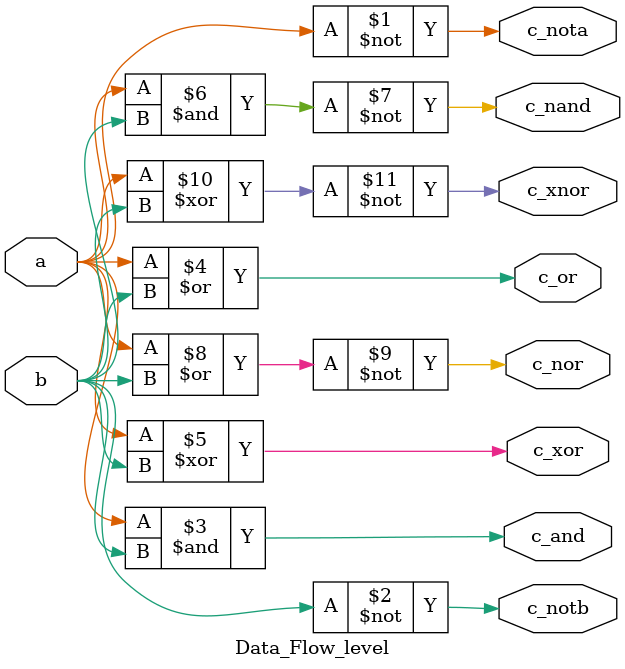
<source format=v>
`timescale 1ns / 1ps


module Data_Flow_level(
input a,b,output c_nota,c_notb,c_and,c_or,c_xor,c_nand,c_nor,c_xnor );
assign c_nota=~a;
assign c_notb=~b;
assign c_and=a&b;
assign c_or=a|b;
assign c_xor=a^b;
assign c_nand=~(a&b);
assign c_nor=~(a|b);
assign c_xnor=~(a^b);
endmodule

</source>
